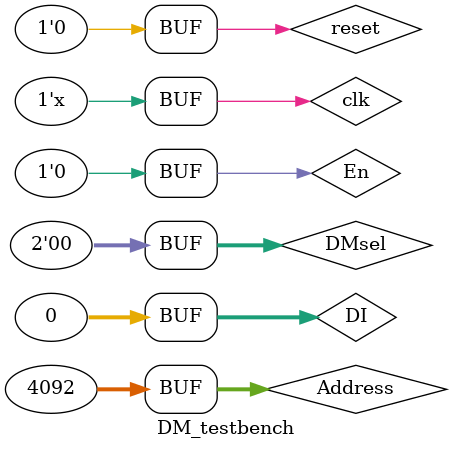
<source format=v>
`timescale 1ns / 1ps


module DM_testbench;

	// Inputs
	reg [31:0] Address;
	reg [31:0] DI;
	reg reset;
	reg clk;
	reg En;
	reg [1:0] DMsel;
	// Outputs
	wire [31:0] DO;

	// Instantiate the Unit Under Test (UUT)
	DM uut (
		.Address(Address), 
		.DI(DI), 
		.reset(reset), 
		.clk(clk), 
		.DMsel(DMsel),
		.En(En), 
		.DO(DO)
	);

	initial begin
		// Initialize Inputs
		Address = 0;
		DI = 0;
		reset = 1; //¿ªÊ¼reset=1???
		clk = 0;
		En = 0;
		DMsel=2'b00;
		
		// Wait 100 ns for global reset to finish
		#100;
        
		// Add stimulus here
		reset=0;
		Address=32'd4092;
	end
      
	always #5 clk=~clk;
endmodule


</source>
